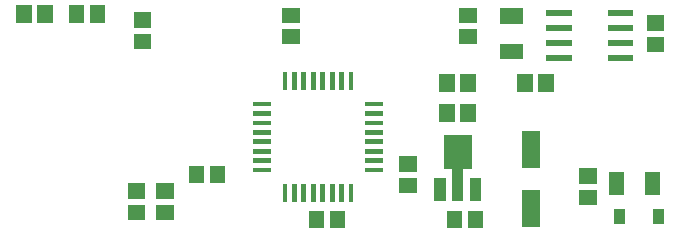
<source format=gbr>
G04 start of page 9 for group -4015 idx -4015 *
G04 Title: (unknown), toppaste *
G04 Creator: pcb 20110918 *
G04 CreationDate: Sat 02 Feb 2013 06:53:47 PM GMT UTC *
G04 For: petersen *
G04 Format: Gerber/RS-274X *
G04 PCB-Dimensions: 293000 81000 *
G04 PCB-Coordinate-Origin: lower left *
%MOIN*%
%FSLAX25Y25*%
%LNTOPPASTE*%
%ADD90R,0.0157X0.0157*%
%ADD89R,0.0945X0.0945*%
%ADD88R,0.0378X0.0378*%
%ADD87R,0.0630X0.0630*%
%ADD86R,0.0200X0.0200*%
%ADD85R,0.0360X0.0360*%
%ADD84R,0.0512X0.0512*%
G54D84*X69607Y15043D02*X70393D01*
X69607Y7957D02*X70393D01*
X47543Y74393D02*Y73607D01*
X40457Y74393D02*Y73607D01*
X22957Y74393D02*Y73607D01*
X30043Y74393D02*Y73607D01*
X60107Y15043D02*X60893D01*
X60107Y7957D02*X60893D01*
X163957Y51393D02*Y50607D01*
X171043Y51393D02*Y50607D01*
X163957Y41393D02*Y40607D01*
X171043Y41393D02*Y40607D01*
X150607Y16957D02*X151393D01*
X150607Y24043D02*X151393D01*
X233107Y71043D02*X233893D01*
X233107Y63957D02*X233893D01*
X111607Y66457D02*X112393D01*
X111607Y73543D02*X112393D01*
X170607Y66457D02*X171393D01*
X170607Y73543D02*X171393D01*
X62107Y72043D02*X62893D01*
X62107Y64957D02*X62893D01*
G54D85*X221600Y7100D02*Y5900D01*
X234500Y7100D02*Y5900D01*
G54D86*X198000Y74500D02*X204500D01*
X198000Y69500D02*X204500D01*
X198000Y64500D02*X204500D01*
X198000Y59500D02*X204500D01*
X218500D02*X225000D01*
X218500Y64500D02*X225000D01*
X218500Y69500D02*X225000D01*
X218500Y74500D02*X225000D01*
G54D84*X232405Y18681D02*Y16319D01*
X220595Y18681D02*Y16319D01*
X210607Y12957D02*X211393D01*
X210607Y20043D02*X211393D01*
X166457Y5893D02*Y5107D01*
X173543Y5893D02*Y5107D01*
X184319Y73405D02*X186681D01*
X184319Y61595D02*X186681D01*
X189957Y51393D02*Y50607D01*
X197043Y51393D02*Y50607D01*
X120457Y5893D02*Y5107D01*
X127543Y5893D02*Y5107D01*
X80457Y20893D02*Y20107D01*
X87543Y20893D02*Y20107D01*
G54D87*X192000Y12307D02*Y6008D01*
Y31992D02*Y25693D01*
G54D88*X161688Y17547D02*Y13453D01*
X167594Y25263D02*Y13453D01*
G54D89*Y28887D02*Y26997D01*
G54D88*X173500Y17547D02*Y13453D01*
G54D90*X132023Y53992D02*Y49566D01*
X128874Y53992D02*Y49566D01*
X125724Y53992D02*Y49566D01*
X122575Y53992D02*Y49566D01*
X119425Y53992D02*Y49566D01*
X116275Y53992D02*Y49566D01*
X113126Y53992D02*Y49566D01*
X109976Y53992D02*Y49566D01*
X100008Y44023D02*X104434D01*
X100008Y40874D02*X104434D01*
X100008Y37724D02*X104434D01*
X100008Y34575D02*X104434D01*
X100008Y31425D02*X104434D01*
X100008Y28275D02*X104434D01*
X100008Y25126D02*X104434D01*
X100008Y21976D02*X104434D01*
X109977Y16434D02*Y12008D01*
X113126Y16434D02*Y12008D01*
X116276Y16434D02*Y12008D01*
X119425Y16434D02*Y12008D01*
X122575Y16434D02*Y12008D01*
X125725Y16434D02*Y12008D01*
X128874Y16434D02*Y12008D01*
X132024Y16434D02*Y12008D01*
X137566Y21977D02*X141992D01*
X137566Y25126D02*X141992D01*
X137566Y28276D02*X141992D01*
X137566Y31425D02*X141992D01*
X137566Y34575D02*X141992D01*
X137566Y37725D02*X141992D01*
X137566Y40874D02*X141992D01*
X137566Y44024D02*X141992D01*
M02*

</source>
